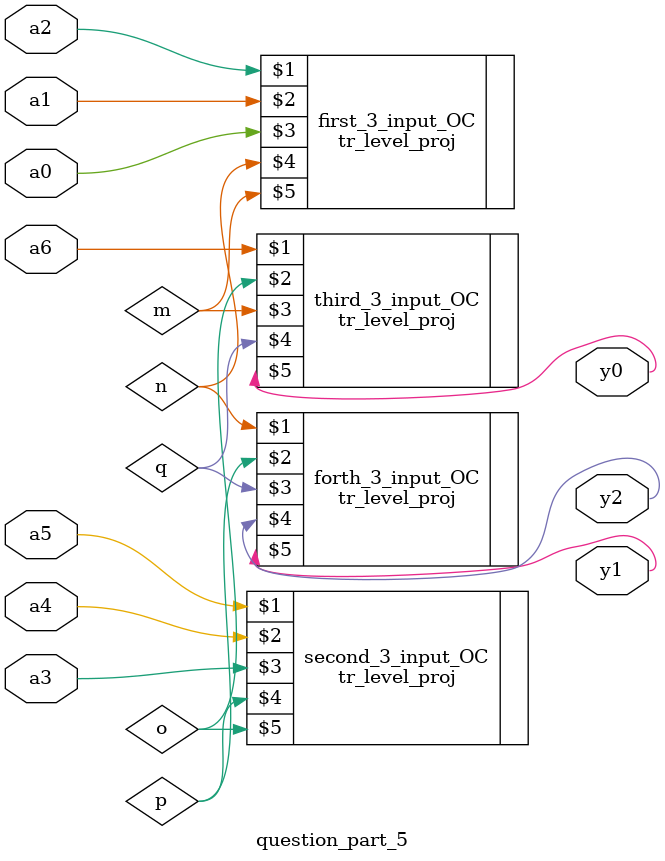
<source format=sv>
`timescale 1ns/1ns
module question_part_5(input a6, a5, a4, a3, a2 ,a1, a0, output y2, y1, y0);
    wire m, n, o, p, q;
    tr_level_proj first_3_input_OC(a2, a1, a0, n, m);
    tr_level_proj second_3_input_OC(a5, a4, a3, p, o);
    tr_level_proj third_3_input_OC(a6, o, m, q, y0);
    tr_level_proj forth_3_input_OC(n, p, q, y2, y1);
endmodule
</source>
